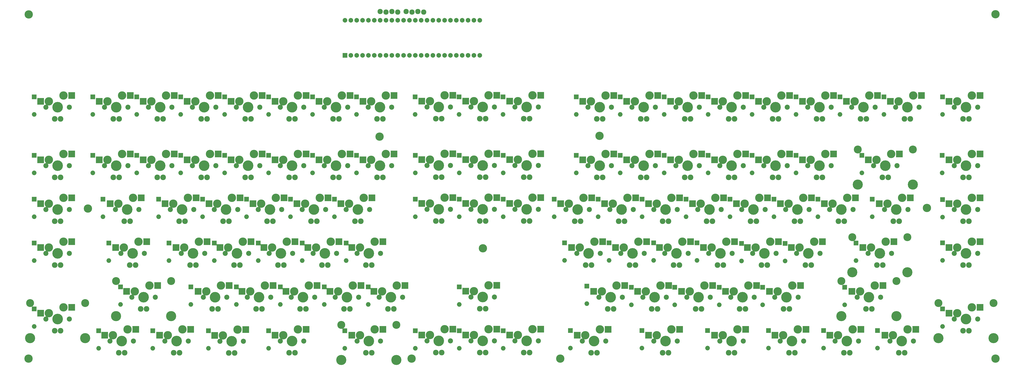
<source format=gbr>
G04 #@! TF.FileFunction,Soldermask,Top*
%FSLAX46Y46*%
G04 Gerber Fmt 4.6, Leading zero omitted, Abs format (unit mm)*
G04 Created by KiCad (PCBNEW 4.0.5) date 10/20/18 10:38:25*
%MOMM*%
%LPD*%
G01*
G04 APERTURE LIST*
%ADD10C,0.100000*%
%ADD11C,3.600000*%
%ADD12R,2.000000X2.000000*%
%ADD13O,2.000000X2.000000*%
%ADD14C,2.000000*%
%ADD15C,2.432000*%
%ADD16C,3.625800*%
%ADD17C,4.600000*%
%ADD18C,2.200000*%
%ADD19R,2.950000X2.900000*%
%ADD20C,3.448000*%
%ADD21C,4.387800*%
%ADD22C,2.279600*%
%ADD23R,2.279600X0.400000*%
G04 APERTURE END LIST*
D10*
D11*
X408559000Y-107315000D03*
X44894500Y-107505500D03*
X266636500Y-75946000D03*
X216090500Y-124841000D03*
X171323000Y-76263500D03*
X249618500Y-172720000D03*
X185166000Y-172720000D03*
X19177000Y-172720000D03*
X438277000Y-172720000D03*
X438277000Y-23114000D03*
D12*
X186690000Y-59055000D03*
D13*
X186690000Y-66675000D03*
D12*
X186791600Y-84404200D03*
D13*
X186791600Y-92024200D03*
D12*
X205841600Y-84404200D03*
D13*
X205841600Y-92024200D03*
D12*
X224790000Y-59055000D03*
D13*
X224790000Y-66675000D03*
D12*
X224891600Y-84404200D03*
D13*
X224891600Y-92024200D03*
D12*
X186791600Y-103454200D03*
D13*
X186791600Y-111074200D03*
D12*
X186791600Y-160604200D03*
D13*
X186791600Y-168224200D03*
D12*
X205841600Y-160604200D03*
D13*
X205841600Y-168224200D03*
D12*
X205740000Y-59055000D03*
D13*
X205740000Y-66675000D03*
D12*
X205841600Y-103454200D03*
D13*
X205841600Y-111074200D03*
D12*
X205841600Y-141554200D03*
D13*
X205841600Y-149174200D03*
D12*
X224891600Y-103454200D03*
D13*
X224891600Y-111074200D03*
D12*
X224891600Y-160604200D03*
D13*
X224891600Y-168224200D03*
D14*
X196977000Y-41021000D03*
X199517000Y-41021000D03*
X202057000Y-41021000D03*
X204597000Y-41021000D03*
X194437000Y-41021000D03*
X191897000Y-41021000D03*
X189357000Y-41021000D03*
X207137000Y-41021000D03*
X209677000Y-41021000D03*
X212217000Y-41021000D03*
X214757000Y-41021000D03*
X214757000Y-25781000D03*
X212217000Y-25781000D03*
X209677000Y-25781000D03*
X207137000Y-25781000D03*
X204597000Y-25781000D03*
X202057000Y-25781000D03*
X199517000Y-25781000D03*
X196977000Y-25781000D03*
X186817000Y-41021000D03*
X184277000Y-41021000D03*
X181737000Y-41021000D03*
X179197000Y-41021000D03*
X176657000Y-41021000D03*
X174117000Y-41021000D03*
X171577000Y-41021000D03*
X169037000Y-41021000D03*
X166497000Y-41021000D03*
X163957000Y-41021000D03*
X161417000Y-41021000D03*
X158877000Y-41021000D03*
D12*
X156337000Y-41021000D03*
D14*
X194437000Y-25781000D03*
X191897000Y-25781000D03*
X189357000Y-25781000D03*
X186817000Y-25781000D03*
X184277000Y-25781000D03*
X181737000Y-25781000D03*
X179197000Y-25781000D03*
X176657000Y-25781000D03*
X174117000Y-25781000D03*
X171577000Y-25781000D03*
X169037000Y-25781000D03*
X166497000Y-25781000D03*
X163957000Y-25781000D03*
X161417000Y-25781000D03*
X158877000Y-25781000D03*
X156337000Y-25781000D03*
D15*
X195681600Y-68529200D03*
X198221600Y-68529200D03*
D16*
X193141600Y-60909200D03*
X199491600Y-58369200D03*
D17*
X196951600Y-63449200D03*
D18*
X202031600Y-63449200D03*
X191871600Y-63449200D03*
D19*
X189591600Y-60909200D03*
X203041600Y-58369200D03*
D15*
X195681600Y-93929200D03*
X198221600Y-93929200D03*
D16*
X193141600Y-86309200D03*
X199491600Y-83769200D03*
D17*
X196951600Y-88849200D03*
D18*
X202031600Y-88849200D03*
X191871600Y-88849200D03*
D19*
X189591600Y-86309200D03*
X203041600Y-83769200D03*
D15*
X214731600Y-93929200D03*
X217271600Y-93929200D03*
D16*
X212191600Y-86309200D03*
X218541600Y-83769200D03*
D17*
X216001600Y-88849200D03*
D18*
X221081600Y-88849200D03*
X210921600Y-88849200D03*
D19*
X208641600Y-86309200D03*
X222091600Y-83769200D03*
D15*
X233781600Y-68529200D03*
X236321600Y-68529200D03*
D16*
X231241600Y-60909200D03*
X237591600Y-58369200D03*
D17*
X235051600Y-63449200D03*
D18*
X240131600Y-63449200D03*
X229971600Y-63449200D03*
D19*
X227691600Y-60909200D03*
X241141600Y-58369200D03*
D15*
X233781600Y-93929200D03*
X236321600Y-93929200D03*
D16*
X231241600Y-86309200D03*
X237591600Y-83769200D03*
D17*
X235051600Y-88849200D03*
D18*
X240131600Y-88849200D03*
X229971600Y-88849200D03*
D19*
X227691600Y-86309200D03*
X241141600Y-83769200D03*
D15*
X195681600Y-112979200D03*
X198221600Y-112979200D03*
D16*
X193141600Y-105359200D03*
X199491600Y-102819200D03*
D17*
X196951600Y-107899200D03*
D18*
X202031600Y-107899200D03*
X191871600Y-107899200D03*
D19*
X189591600Y-105359200D03*
X203041600Y-102819200D03*
D15*
X195681600Y-170129200D03*
X198221600Y-170129200D03*
D16*
X193141600Y-162509200D03*
X199491600Y-159969200D03*
D17*
X196951600Y-165049200D03*
D18*
X202031600Y-165049200D03*
X191871600Y-165049200D03*
D19*
X189591600Y-162509200D03*
X203041600Y-159969200D03*
D15*
X214731600Y-170129200D03*
X217271600Y-170129200D03*
D16*
X212191600Y-162509200D03*
X218541600Y-159969200D03*
D17*
X216001600Y-165049200D03*
D18*
X221081600Y-165049200D03*
X210921600Y-165049200D03*
D19*
X208641600Y-162509200D03*
X222091600Y-159969200D03*
D15*
X214731600Y-68529200D03*
X217271600Y-68529200D03*
D16*
X212191600Y-60909200D03*
X218541600Y-58369200D03*
D17*
X216001600Y-63449200D03*
D18*
X221081600Y-63449200D03*
X210921600Y-63449200D03*
D19*
X208641600Y-60909200D03*
X222091600Y-58369200D03*
D15*
X214731600Y-112979200D03*
X217271600Y-112979200D03*
D16*
X212191600Y-105359200D03*
X218541600Y-102819200D03*
D17*
X216001600Y-107899200D03*
D18*
X221081600Y-107899200D03*
X210921600Y-107899200D03*
D19*
X208641600Y-105359200D03*
X222091600Y-102819200D03*
D15*
X214731600Y-151079200D03*
X217271600Y-151079200D03*
D16*
X212191600Y-143459200D03*
X218541600Y-140919200D03*
D17*
X216001600Y-145999200D03*
D18*
X221081600Y-145999200D03*
X210921600Y-145999200D03*
D19*
X208641600Y-143459200D03*
X222091600Y-140919200D03*
D15*
X233781600Y-112979200D03*
X236321600Y-112979200D03*
D16*
X231241600Y-105359200D03*
X237591600Y-102819200D03*
D17*
X235051600Y-107899200D03*
D18*
X240131600Y-107899200D03*
X229971600Y-107899200D03*
D19*
X227691600Y-105359200D03*
X241141600Y-102819200D03*
D15*
X233781600Y-170129200D03*
X236321600Y-170129200D03*
D16*
X231241600Y-162509200D03*
X237591600Y-159969200D03*
D17*
X235051600Y-165049200D03*
D18*
X240131600Y-165049200D03*
X229971600Y-165049200D03*
D19*
X227691600Y-162509200D03*
X241141600Y-159969200D03*
D12*
X21590000Y-59055000D03*
D13*
X21590000Y-66675000D03*
D12*
X21590000Y-84455000D03*
D13*
X21590000Y-92075000D03*
D12*
X21590000Y-103505000D03*
D13*
X21590000Y-111125000D03*
D12*
X21590000Y-122555000D03*
D13*
X21590000Y-130175000D03*
D12*
X21590000Y-151130000D03*
D13*
X21590000Y-158750000D03*
D12*
X53975000Y-122555000D03*
D13*
X53975000Y-130175000D03*
D12*
X59055000Y-141605000D03*
D13*
X59055000Y-149225000D03*
D12*
X46990000Y-59055000D03*
D13*
X46990000Y-66675000D03*
D12*
X46990000Y-84455000D03*
D13*
X46990000Y-92075000D03*
D12*
X51435000Y-103505000D03*
D13*
X51435000Y-111125000D03*
D12*
X49530000Y-160655000D03*
D13*
X49530000Y-168275000D03*
D12*
X66040000Y-59055000D03*
D13*
X66040000Y-66675000D03*
D12*
X66040000Y-84455000D03*
D13*
X66040000Y-92075000D03*
D12*
X80010000Y-122555000D03*
D13*
X80010000Y-130175000D03*
D12*
X89535000Y-141605000D03*
D13*
X89535000Y-149225000D03*
D12*
X73025000Y-160655000D03*
D13*
X73025000Y-168275000D03*
D12*
X85090000Y-59055000D03*
D13*
X85090000Y-66675000D03*
D12*
X85090000Y-84455000D03*
D13*
X85090000Y-92075000D03*
D12*
X75565000Y-103505000D03*
D13*
X75565000Y-111125000D03*
D12*
X97155000Y-160655000D03*
D13*
X97155000Y-168275000D03*
D12*
X104140000Y-59055000D03*
D13*
X104140000Y-66675000D03*
D12*
X104140000Y-84455000D03*
D13*
X104140000Y-92075000D03*
D12*
X94615000Y-103505000D03*
D13*
X94615000Y-111125000D03*
D12*
X99695000Y-122555000D03*
D13*
X99695000Y-130175000D03*
D12*
X109220000Y-141605000D03*
D13*
X109220000Y-149225000D03*
D12*
X123190000Y-59055000D03*
D13*
X123190000Y-66675000D03*
D12*
X123190000Y-84455000D03*
D13*
X123190000Y-92075000D03*
D12*
X113665000Y-103505000D03*
D13*
X113665000Y-111125000D03*
D12*
X118745000Y-122555000D03*
D13*
X118745000Y-130175000D03*
D12*
X128270000Y-141605000D03*
D13*
X128270000Y-149225000D03*
D12*
X123190000Y-160655000D03*
D13*
X123190000Y-168275000D03*
D12*
X142240000Y-84455000D03*
D13*
X142240000Y-92075000D03*
D12*
X142240000Y-59055000D03*
D13*
X142240000Y-66675000D03*
D12*
X132715000Y-103505000D03*
D13*
X132715000Y-111125000D03*
D12*
X137795000Y-122555000D03*
D13*
X137795000Y-130175000D03*
D12*
X147320000Y-141605000D03*
D13*
X147320000Y-149225000D03*
D12*
X161290000Y-59055000D03*
D13*
X161290000Y-66675000D03*
D12*
X161290000Y-84455000D03*
D13*
X161290000Y-92075000D03*
D12*
X151765000Y-103505000D03*
D13*
X151765000Y-111125000D03*
D12*
X156845000Y-122555000D03*
D13*
X156845000Y-130175000D03*
D12*
X166370000Y-141605000D03*
D13*
X166370000Y-149225000D03*
D12*
X156210000Y-160655000D03*
D13*
X156210000Y-168275000D03*
D15*
X30480000Y-68580000D03*
X33020000Y-68580000D03*
D16*
X27940000Y-60960000D03*
X34290000Y-58420000D03*
D17*
X31750000Y-63500000D03*
D18*
X36830000Y-63500000D03*
X26670000Y-63500000D03*
D19*
X24390000Y-60960000D03*
X37840000Y-58420000D03*
D15*
X30480000Y-93980000D03*
X33020000Y-93980000D03*
D16*
X27940000Y-86360000D03*
X34290000Y-83820000D03*
D17*
X31750000Y-88900000D03*
D18*
X36830000Y-88900000D03*
X26670000Y-88900000D03*
D19*
X24390000Y-86360000D03*
X37840000Y-83820000D03*
D15*
X30480000Y-113030000D03*
X33020000Y-113030000D03*
D16*
X27940000Y-105410000D03*
X34290000Y-102870000D03*
D17*
X31750000Y-107950000D03*
D18*
X36830000Y-107950000D03*
X26670000Y-107950000D03*
D19*
X24390000Y-105410000D03*
X37840000Y-102870000D03*
D15*
X30480000Y-132080000D03*
X33020000Y-132080000D03*
D16*
X27940000Y-124460000D03*
X34290000Y-121920000D03*
D17*
X31750000Y-127000000D03*
D18*
X36830000Y-127000000D03*
X26670000Y-127000000D03*
D19*
X24390000Y-124460000D03*
X37840000Y-121920000D03*
D15*
X63023750Y-132080000D03*
X65563750Y-132080000D03*
D16*
X60483750Y-124460000D03*
X66833750Y-121920000D03*
D17*
X64293750Y-127000000D03*
D18*
X69373750Y-127000000D03*
X59213750Y-127000000D03*
D19*
X56933750Y-124460000D03*
X70383750Y-121920000D03*
D15*
X55880000Y-68580000D03*
X58420000Y-68580000D03*
D16*
X53340000Y-60960000D03*
X59690000Y-58420000D03*
D17*
X57150000Y-63500000D03*
D18*
X62230000Y-63500000D03*
X52070000Y-63500000D03*
D19*
X49790000Y-60960000D03*
X63240000Y-58420000D03*
D15*
X55880000Y-93980000D03*
X58420000Y-93980000D03*
D16*
X53340000Y-86360000D03*
X59690000Y-83820000D03*
D17*
X57150000Y-88900000D03*
D18*
X62230000Y-88900000D03*
X52070000Y-88900000D03*
D19*
X49790000Y-86360000D03*
X63240000Y-83820000D03*
D15*
X60642500Y-113030000D03*
X63182500Y-113030000D03*
D16*
X58102500Y-105410000D03*
X64452500Y-102870000D03*
D17*
X61912500Y-107950000D03*
D18*
X66992500Y-107950000D03*
X56832500Y-107950000D03*
D19*
X54552500Y-105410000D03*
X68002500Y-102870000D03*
D15*
X58261250Y-170180000D03*
X60801250Y-170180000D03*
D16*
X55721250Y-162560000D03*
X62071250Y-160020000D03*
D17*
X59531250Y-165100000D03*
D18*
X64611250Y-165100000D03*
X54451250Y-165100000D03*
D19*
X52171250Y-162560000D03*
X65621250Y-160020000D03*
D15*
X74930000Y-68580000D03*
X77470000Y-68580000D03*
D16*
X72390000Y-60960000D03*
X78740000Y-58420000D03*
D17*
X76200000Y-63500000D03*
D18*
X81280000Y-63500000D03*
X71120000Y-63500000D03*
D19*
X68840000Y-60960000D03*
X82290000Y-58420000D03*
D15*
X74930000Y-93980000D03*
X77470000Y-93980000D03*
D16*
X72390000Y-86360000D03*
X78740000Y-83820000D03*
D17*
X76200000Y-88900000D03*
D18*
X81280000Y-88900000D03*
X71120000Y-88900000D03*
D19*
X68840000Y-86360000D03*
X82290000Y-83820000D03*
D15*
X89217500Y-132080000D03*
X91757500Y-132080000D03*
D16*
X86677500Y-124460000D03*
X93027500Y-121920000D03*
D17*
X90487500Y-127000000D03*
D18*
X95567500Y-127000000D03*
X85407500Y-127000000D03*
D19*
X83127500Y-124460000D03*
X96577500Y-121920000D03*
D15*
X98742500Y-151130000D03*
X101282500Y-151130000D03*
D16*
X96202500Y-143510000D03*
X102552500Y-140970000D03*
D17*
X100012500Y-146050000D03*
D18*
X105092500Y-146050000D03*
X94932500Y-146050000D03*
D19*
X92652500Y-143510000D03*
X106102500Y-140970000D03*
D15*
X82073750Y-170180000D03*
X84613750Y-170180000D03*
D16*
X79533750Y-162560000D03*
X85883750Y-160020000D03*
D17*
X83343750Y-165100000D03*
D18*
X88423750Y-165100000D03*
X78263750Y-165100000D03*
D19*
X75983750Y-162560000D03*
X89433750Y-160020000D03*
D15*
X93980000Y-68580000D03*
X96520000Y-68580000D03*
D16*
X91440000Y-60960000D03*
X97790000Y-58420000D03*
D17*
X95250000Y-63500000D03*
D18*
X100330000Y-63500000D03*
X90170000Y-63500000D03*
D19*
X87890000Y-60960000D03*
X101340000Y-58420000D03*
D15*
X93980000Y-93980000D03*
X96520000Y-93980000D03*
D16*
X91440000Y-86360000D03*
X97790000Y-83820000D03*
D17*
X95250000Y-88900000D03*
D18*
X100330000Y-88900000D03*
X90170000Y-88900000D03*
D19*
X87890000Y-86360000D03*
X101340000Y-83820000D03*
D15*
X84455000Y-113030000D03*
X86995000Y-113030000D03*
D16*
X81915000Y-105410000D03*
X88265000Y-102870000D03*
D17*
X85725000Y-107950000D03*
D18*
X90805000Y-107950000D03*
X80645000Y-107950000D03*
D19*
X78365000Y-105410000D03*
X91815000Y-102870000D03*
D15*
X105918000Y-170307000D03*
X108458000Y-170307000D03*
D16*
X103378000Y-162687000D03*
X109728000Y-160147000D03*
D17*
X107188000Y-165227000D03*
D18*
X112268000Y-165227000D03*
X102108000Y-165227000D03*
D19*
X99828000Y-162687000D03*
X113278000Y-160147000D03*
D15*
X113030000Y-68580000D03*
X115570000Y-68580000D03*
D16*
X110490000Y-60960000D03*
X116840000Y-58420000D03*
D17*
X114300000Y-63500000D03*
D18*
X119380000Y-63500000D03*
X109220000Y-63500000D03*
D19*
X106940000Y-60960000D03*
X120390000Y-58420000D03*
D15*
X113030000Y-93980000D03*
X115570000Y-93980000D03*
D16*
X110490000Y-86360000D03*
X116840000Y-83820000D03*
D17*
X114300000Y-88900000D03*
D18*
X119380000Y-88900000D03*
X109220000Y-88900000D03*
D19*
X106940000Y-86360000D03*
X120390000Y-83820000D03*
D15*
X103505000Y-113030000D03*
X106045000Y-113030000D03*
D16*
X100965000Y-105410000D03*
X107315000Y-102870000D03*
D17*
X104775000Y-107950000D03*
D18*
X109855000Y-107950000D03*
X99695000Y-107950000D03*
D19*
X97415000Y-105410000D03*
X110865000Y-102870000D03*
D15*
X108267500Y-132080000D03*
X110807500Y-132080000D03*
D16*
X105727500Y-124460000D03*
X112077500Y-121920000D03*
D17*
X109537500Y-127000000D03*
D18*
X114617500Y-127000000D03*
X104457500Y-127000000D03*
D19*
X102177500Y-124460000D03*
X115627500Y-121920000D03*
D15*
X117792500Y-151130000D03*
X120332500Y-151130000D03*
D16*
X115252500Y-143510000D03*
X121602500Y-140970000D03*
D17*
X119062500Y-146050000D03*
D18*
X124142500Y-146050000D03*
X113982500Y-146050000D03*
D19*
X111702500Y-143510000D03*
X125152500Y-140970000D03*
D15*
X132080000Y-68580000D03*
X134620000Y-68580000D03*
D16*
X129540000Y-60960000D03*
X135890000Y-58420000D03*
D17*
X133350000Y-63500000D03*
D18*
X138430000Y-63500000D03*
X128270000Y-63500000D03*
D19*
X125990000Y-60960000D03*
X139440000Y-58420000D03*
D15*
X132080000Y-93980000D03*
X134620000Y-93980000D03*
D16*
X129540000Y-86360000D03*
X135890000Y-83820000D03*
D17*
X133350000Y-88900000D03*
D18*
X138430000Y-88900000D03*
X128270000Y-88900000D03*
D19*
X125990000Y-86360000D03*
X139440000Y-83820000D03*
D15*
X122555000Y-113030000D03*
X125095000Y-113030000D03*
D16*
X120015000Y-105410000D03*
X126365000Y-102870000D03*
D17*
X123825000Y-107950000D03*
D18*
X128905000Y-107950000D03*
X118745000Y-107950000D03*
D19*
X116465000Y-105410000D03*
X129915000Y-102870000D03*
D15*
X127317500Y-132080000D03*
X129857500Y-132080000D03*
D16*
X124777500Y-124460000D03*
X131127500Y-121920000D03*
D17*
X128587500Y-127000000D03*
D18*
X133667500Y-127000000D03*
X123507500Y-127000000D03*
D19*
X121227500Y-124460000D03*
X134677500Y-121920000D03*
D15*
X136842500Y-151130000D03*
X139382500Y-151130000D03*
D16*
X134302500Y-143510000D03*
X140652500Y-140970000D03*
D17*
X138112500Y-146050000D03*
D18*
X143192500Y-146050000D03*
X133032500Y-146050000D03*
D19*
X130752500Y-143510000D03*
X144202500Y-140970000D03*
D15*
X132080000Y-170180000D03*
X134620000Y-170180000D03*
D16*
X129540000Y-162560000D03*
X135890000Y-160020000D03*
D17*
X133350000Y-165100000D03*
D18*
X138430000Y-165100000D03*
X128270000Y-165100000D03*
D19*
X125990000Y-162560000D03*
X139440000Y-160020000D03*
D15*
X151130000Y-93980000D03*
X153670000Y-93980000D03*
D16*
X148590000Y-86360000D03*
X154940000Y-83820000D03*
D17*
X152400000Y-88900000D03*
D18*
X157480000Y-88900000D03*
X147320000Y-88900000D03*
D19*
X145040000Y-86360000D03*
X158490000Y-83820000D03*
D15*
X151130000Y-68580000D03*
X153670000Y-68580000D03*
D16*
X148590000Y-60960000D03*
X154940000Y-58420000D03*
D17*
X152400000Y-63500000D03*
D18*
X157480000Y-63500000D03*
X147320000Y-63500000D03*
D19*
X145040000Y-60960000D03*
X158490000Y-58420000D03*
D15*
X141605000Y-113030000D03*
X144145000Y-113030000D03*
D16*
X139065000Y-105410000D03*
X145415000Y-102870000D03*
D17*
X142875000Y-107950000D03*
D18*
X147955000Y-107950000D03*
X137795000Y-107950000D03*
D19*
X135515000Y-105410000D03*
X148965000Y-102870000D03*
D15*
X146367500Y-132080000D03*
X148907500Y-132080000D03*
D16*
X143827500Y-124460000D03*
X150177500Y-121920000D03*
D17*
X147637500Y-127000000D03*
D18*
X152717500Y-127000000D03*
X142557500Y-127000000D03*
D19*
X140277500Y-124460000D03*
X153727500Y-121920000D03*
D15*
X155892500Y-151130000D03*
X158432500Y-151130000D03*
D16*
X153352500Y-143510000D03*
X159702500Y-140970000D03*
D17*
X157162500Y-146050000D03*
D18*
X162242500Y-146050000D03*
X152082500Y-146050000D03*
D19*
X149802500Y-143510000D03*
X163252500Y-140970000D03*
D15*
X170180000Y-68580000D03*
X172720000Y-68580000D03*
D16*
X167640000Y-60960000D03*
X173990000Y-58420000D03*
D17*
X171450000Y-63500000D03*
D18*
X176530000Y-63500000D03*
X166370000Y-63500000D03*
D19*
X164090000Y-60960000D03*
X177540000Y-58420000D03*
D15*
X170180000Y-93980000D03*
X172720000Y-93980000D03*
D16*
X167640000Y-86360000D03*
X173990000Y-83820000D03*
D17*
X171450000Y-88900000D03*
D18*
X176530000Y-88900000D03*
X166370000Y-88900000D03*
D19*
X164090000Y-86360000D03*
X177540000Y-83820000D03*
D15*
X160655000Y-113030000D03*
X163195000Y-113030000D03*
D16*
X158115000Y-105410000D03*
X164465000Y-102870000D03*
D17*
X161925000Y-107950000D03*
D18*
X167005000Y-107950000D03*
X156845000Y-107950000D03*
D19*
X154565000Y-105410000D03*
X168015000Y-102870000D03*
D15*
X165417500Y-132080000D03*
X167957500Y-132080000D03*
D16*
X162877500Y-124460000D03*
X169227500Y-121920000D03*
D17*
X166687500Y-127000000D03*
D18*
X171767500Y-127000000D03*
X161607500Y-127000000D03*
D19*
X159327500Y-124460000D03*
X172777500Y-121920000D03*
D15*
X174942500Y-151130000D03*
X177482500Y-151130000D03*
D16*
X172402500Y-143510000D03*
X178752500Y-140970000D03*
D17*
X176212500Y-146050000D03*
D18*
X181292500Y-146050000D03*
X171132500Y-146050000D03*
D19*
X168852500Y-143510000D03*
X182302500Y-140970000D03*
D12*
X256540000Y-59055000D03*
D13*
X256540000Y-66675000D03*
D12*
X256540000Y-84455000D03*
D13*
X256540000Y-92075000D03*
D12*
X247015000Y-103505000D03*
D13*
X247015000Y-111125000D03*
D12*
X251460000Y-122428000D03*
D13*
X251460000Y-130048000D03*
D12*
X261112000Y-141224000D03*
D13*
X261112000Y-148844000D03*
D12*
X254000000Y-160528000D03*
D13*
X254000000Y-168148000D03*
D12*
X275590000Y-59055000D03*
D13*
X275590000Y-66675000D03*
D12*
X275590000Y-84455000D03*
D13*
X275590000Y-92075000D03*
D12*
X266065000Y-103505000D03*
D13*
X266065000Y-111125000D03*
D12*
X270764000Y-122428000D03*
D13*
X270764000Y-130048000D03*
D12*
X280416000Y-141732000D03*
D13*
X280416000Y-149352000D03*
D12*
X294640000Y-59055000D03*
D13*
X294640000Y-66675000D03*
D12*
X294640000Y-84455000D03*
D13*
X294640000Y-92075000D03*
D12*
X285115000Y-103505000D03*
D13*
X285115000Y-111125000D03*
D12*
X290068000Y-122428000D03*
D13*
X290068000Y-130048000D03*
D12*
X299212000Y-141732000D03*
D13*
X299212000Y-149352000D03*
D12*
X284988000Y-160528000D03*
D13*
X284988000Y-168148000D03*
D12*
X313436000Y-160528000D03*
D13*
X313436000Y-168148000D03*
D12*
X313690000Y-59055000D03*
D13*
X313690000Y-66675000D03*
D12*
X313690000Y-84455000D03*
D13*
X313690000Y-92075000D03*
D12*
X304165000Y-103505000D03*
D13*
X304165000Y-111125000D03*
D12*
X308864000Y-122428000D03*
D13*
X308864000Y-130048000D03*
D12*
X318516000Y-141732000D03*
D13*
X318516000Y-149352000D03*
D12*
X332740000Y-59055000D03*
D13*
X332740000Y-66675000D03*
D12*
X332740000Y-84455000D03*
D13*
X332740000Y-92075000D03*
D12*
X323215000Y-103505000D03*
D13*
X323215000Y-111125000D03*
D12*
X328168000Y-122682000D03*
D13*
X328168000Y-130302000D03*
D12*
X337312000Y-141732000D03*
D13*
X337312000Y-149352000D03*
D12*
X339852000Y-160528000D03*
D13*
X339852000Y-168148000D03*
D12*
X351790000Y-59055000D03*
D13*
X351790000Y-66675000D03*
D12*
X351790000Y-84455000D03*
D13*
X351790000Y-92075000D03*
D12*
X342265000Y-103505000D03*
D13*
X342265000Y-111125000D03*
D12*
X347091000Y-122682000D03*
D13*
X347091000Y-130302000D03*
D12*
X372872000Y-141732000D03*
D13*
X372872000Y-149352000D03*
D12*
X370840000Y-59055000D03*
D13*
X370840000Y-66675000D03*
D12*
X361315000Y-103505000D03*
D13*
X361315000Y-111125000D03*
D12*
X363728000Y-160528000D03*
D13*
X363728000Y-168148000D03*
D12*
X389890000Y-59055000D03*
D13*
X389890000Y-66675000D03*
D12*
X380365000Y-84455000D03*
D13*
X380365000Y-92075000D03*
D12*
X384810000Y-103505000D03*
D13*
X384810000Y-111125000D03*
D12*
X377825000Y-122555000D03*
D13*
X377825000Y-130175000D03*
D12*
X387096000Y-160528000D03*
D13*
X387096000Y-168148000D03*
D12*
X415290000Y-122428000D03*
D13*
X415290000Y-130048000D03*
D12*
X415290000Y-151130000D03*
D13*
X415290000Y-158750000D03*
D12*
X415290000Y-59055000D03*
D13*
X415290000Y-66675000D03*
D12*
X415163000Y-84455000D03*
D13*
X415163000Y-92075000D03*
D12*
X415290000Y-103632000D03*
D13*
X415290000Y-111252000D03*
D15*
X265430000Y-68580000D03*
X267970000Y-68580000D03*
D16*
X262890000Y-60960000D03*
X269240000Y-58420000D03*
D17*
X266700000Y-63500000D03*
D18*
X271780000Y-63500000D03*
X261620000Y-63500000D03*
D19*
X259340000Y-60960000D03*
X272790000Y-58420000D03*
D15*
X265430000Y-93980000D03*
X267970000Y-93980000D03*
D16*
X262890000Y-86360000D03*
X269240000Y-83820000D03*
D17*
X266700000Y-88900000D03*
D18*
X271780000Y-88900000D03*
X261620000Y-88900000D03*
D19*
X259340000Y-86360000D03*
X272790000Y-83820000D03*
D15*
X255905000Y-113030000D03*
X258445000Y-113030000D03*
D16*
X253365000Y-105410000D03*
X259715000Y-102870000D03*
D17*
X257175000Y-107950000D03*
D18*
X262255000Y-107950000D03*
X252095000Y-107950000D03*
D19*
X249815000Y-105410000D03*
X263265000Y-102870000D03*
D15*
X260667500Y-132080000D03*
X263207500Y-132080000D03*
D16*
X258127500Y-124460000D03*
X264477500Y-121920000D03*
D17*
X261937500Y-127000000D03*
D18*
X267017500Y-127000000D03*
X256857500Y-127000000D03*
D19*
X254577500Y-124460000D03*
X268027500Y-121920000D03*
D15*
X270192500Y-151130000D03*
X272732500Y-151130000D03*
D16*
X267652500Y-143510000D03*
X274002500Y-140970000D03*
D17*
X271462500Y-146050000D03*
D18*
X276542500Y-146050000D03*
X266382500Y-146050000D03*
D19*
X264102500Y-143510000D03*
X277552500Y-140970000D03*
D15*
X263048750Y-170180000D03*
X265588750Y-170180000D03*
D16*
X260508750Y-162560000D03*
X266858750Y-160020000D03*
D17*
X264318750Y-165100000D03*
D18*
X269398750Y-165100000D03*
X259238750Y-165100000D03*
D19*
X256958750Y-162560000D03*
X270408750Y-160020000D03*
D15*
X284480000Y-68580000D03*
X287020000Y-68580000D03*
D16*
X281940000Y-60960000D03*
X288290000Y-58420000D03*
D17*
X285750000Y-63500000D03*
D18*
X290830000Y-63500000D03*
X280670000Y-63500000D03*
D19*
X278390000Y-60960000D03*
X291840000Y-58420000D03*
D15*
X284480000Y-93980000D03*
X287020000Y-93980000D03*
D16*
X281940000Y-86360000D03*
X288290000Y-83820000D03*
D17*
X285750000Y-88900000D03*
D18*
X290830000Y-88900000D03*
X280670000Y-88900000D03*
D19*
X278390000Y-86360000D03*
X291840000Y-83820000D03*
D15*
X274955000Y-113030000D03*
X277495000Y-113030000D03*
D16*
X272415000Y-105410000D03*
X278765000Y-102870000D03*
D17*
X276225000Y-107950000D03*
D18*
X281305000Y-107950000D03*
X271145000Y-107950000D03*
D19*
X268865000Y-105410000D03*
X282315000Y-102870000D03*
D15*
X279717500Y-132080000D03*
X282257500Y-132080000D03*
D16*
X277177500Y-124460000D03*
X283527500Y-121920000D03*
D17*
X280987500Y-127000000D03*
D18*
X286067500Y-127000000D03*
X275907500Y-127000000D03*
D19*
X273627500Y-124460000D03*
X287077500Y-121920000D03*
D15*
X289242500Y-151130000D03*
X291782500Y-151130000D03*
D16*
X286702500Y-143510000D03*
X293052500Y-140970000D03*
D17*
X290512500Y-146050000D03*
D18*
X295592500Y-146050000D03*
X285432500Y-146050000D03*
D19*
X283152500Y-143510000D03*
X296602500Y-140970000D03*
D15*
X303530000Y-68580000D03*
X306070000Y-68580000D03*
D16*
X300990000Y-60960000D03*
X307340000Y-58420000D03*
D17*
X304800000Y-63500000D03*
D18*
X309880000Y-63500000D03*
X299720000Y-63500000D03*
D19*
X297440000Y-60960000D03*
X310890000Y-58420000D03*
D15*
X303530000Y-93980000D03*
X306070000Y-93980000D03*
D16*
X300990000Y-86360000D03*
X307340000Y-83820000D03*
D17*
X304800000Y-88900000D03*
D18*
X309880000Y-88900000D03*
X299720000Y-88900000D03*
D19*
X297440000Y-86360000D03*
X310890000Y-83820000D03*
D15*
X294005000Y-113030000D03*
X296545000Y-113030000D03*
D16*
X291465000Y-105410000D03*
X297815000Y-102870000D03*
D17*
X295275000Y-107950000D03*
D18*
X300355000Y-107950000D03*
X290195000Y-107950000D03*
D19*
X287915000Y-105410000D03*
X301365000Y-102870000D03*
D15*
X298767500Y-132080000D03*
X301307500Y-132080000D03*
D16*
X296227500Y-124460000D03*
X302577500Y-121920000D03*
D17*
X300037500Y-127000000D03*
D18*
X305117500Y-127000000D03*
X294957500Y-127000000D03*
D19*
X292677500Y-124460000D03*
X306127500Y-121920000D03*
D15*
X308292500Y-151130000D03*
X310832500Y-151130000D03*
D16*
X305752500Y-143510000D03*
X312102500Y-140970000D03*
D17*
X309562500Y-146050000D03*
D18*
X314642500Y-146050000D03*
X304482500Y-146050000D03*
D19*
X302202500Y-143510000D03*
X315652500Y-140970000D03*
D15*
X294005000Y-170180000D03*
X296545000Y-170180000D03*
D16*
X291465000Y-162560000D03*
X297815000Y-160020000D03*
D17*
X295275000Y-165100000D03*
D18*
X300355000Y-165100000D03*
X290195000Y-165100000D03*
D19*
X287915000Y-162560000D03*
X301365000Y-160020000D03*
D15*
X322580000Y-170180000D03*
X325120000Y-170180000D03*
D16*
X320040000Y-162560000D03*
X326390000Y-160020000D03*
D17*
X323850000Y-165100000D03*
D18*
X328930000Y-165100000D03*
X318770000Y-165100000D03*
D19*
X316490000Y-162560000D03*
X329940000Y-160020000D03*
D15*
X322580000Y-68580000D03*
X325120000Y-68580000D03*
D16*
X320040000Y-60960000D03*
X326390000Y-58420000D03*
D17*
X323850000Y-63500000D03*
D18*
X328930000Y-63500000D03*
X318770000Y-63500000D03*
D19*
X316490000Y-60960000D03*
X329940000Y-58420000D03*
D15*
X322580000Y-93980000D03*
X325120000Y-93980000D03*
D16*
X320040000Y-86360000D03*
X326390000Y-83820000D03*
D17*
X323850000Y-88900000D03*
D18*
X328930000Y-88900000D03*
X318770000Y-88900000D03*
D19*
X316490000Y-86360000D03*
X329940000Y-83820000D03*
D15*
X313055000Y-113030000D03*
X315595000Y-113030000D03*
D16*
X310515000Y-105410000D03*
X316865000Y-102870000D03*
D17*
X314325000Y-107950000D03*
D18*
X319405000Y-107950000D03*
X309245000Y-107950000D03*
D19*
X306965000Y-105410000D03*
X320415000Y-102870000D03*
D15*
X317817500Y-132080000D03*
X320357500Y-132080000D03*
D16*
X315277500Y-124460000D03*
X321627500Y-121920000D03*
D17*
X319087500Y-127000000D03*
D18*
X324167500Y-127000000D03*
X314007500Y-127000000D03*
D19*
X311727500Y-124460000D03*
X325177500Y-121920000D03*
D15*
X327342500Y-151130000D03*
X329882500Y-151130000D03*
D16*
X324802500Y-143510000D03*
X331152500Y-140970000D03*
D17*
X328612500Y-146050000D03*
D18*
X333692500Y-146050000D03*
X323532500Y-146050000D03*
D19*
X321252500Y-143510000D03*
X334702500Y-140970000D03*
D15*
X341630000Y-68580000D03*
X344170000Y-68580000D03*
D16*
X339090000Y-60960000D03*
X345440000Y-58420000D03*
D17*
X342900000Y-63500000D03*
D18*
X347980000Y-63500000D03*
X337820000Y-63500000D03*
D19*
X335540000Y-60960000D03*
X348990000Y-58420000D03*
D15*
X341630000Y-93980000D03*
X344170000Y-93980000D03*
D16*
X339090000Y-86360000D03*
X345440000Y-83820000D03*
D17*
X342900000Y-88900000D03*
D18*
X347980000Y-88900000D03*
X337820000Y-88900000D03*
D19*
X335540000Y-86360000D03*
X348990000Y-83820000D03*
D15*
X332105000Y-113030000D03*
X334645000Y-113030000D03*
D16*
X329565000Y-105410000D03*
X335915000Y-102870000D03*
D17*
X333375000Y-107950000D03*
D18*
X338455000Y-107950000D03*
X328295000Y-107950000D03*
D19*
X326015000Y-105410000D03*
X339465000Y-102870000D03*
D15*
X336867500Y-132080000D03*
X339407500Y-132080000D03*
D16*
X334327500Y-124460000D03*
X340677500Y-121920000D03*
D17*
X338137500Y-127000000D03*
D18*
X343217500Y-127000000D03*
X333057500Y-127000000D03*
D19*
X330777500Y-124460000D03*
X344227500Y-121920000D03*
D15*
X346392500Y-151130000D03*
X348932500Y-151130000D03*
D16*
X343852500Y-143510000D03*
X350202500Y-140970000D03*
D17*
X347662500Y-146050000D03*
D18*
X352742500Y-146050000D03*
X342582500Y-146050000D03*
D19*
X340302500Y-143510000D03*
X353752500Y-140970000D03*
D15*
X348773750Y-170180000D03*
X351313750Y-170180000D03*
D16*
X346233750Y-162560000D03*
X352583750Y-160020000D03*
D17*
X350043750Y-165100000D03*
D18*
X355123750Y-165100000D03*
X344963750Y-165100000D03*
D19*
X342683750Y-162560000D03*
X356133750Y-160020000D03*
D15*
X360680000Y-68580000D03*
X363220000Y-68580000D03*
D16*
X358140000Y-60960000D03*
X364490000Y-58420000D03*
D17*
X361950000Y-63500000D03*
D18*
X367030000Y-63500000D03*
X356870000Y-63500000D03*
D19*
X354590000Y-60960000D03*
X368040000Y-58420000D03*
D15*
X360680000Y-93980000D03*
X363220000Y-93980000D03*
D16*
X358140000Y-86360000D03*
X364490000Y-83820000D03*
D17*
X361950000Y-88900000D03*
D18*
X367030000Y-88900000D03*
X356870000Y-88900000D03*
D19*
X354590000Y-86360000D03*
X368040000Y-83820000D03*
D15*
X351155000Y-113030000D03*
X353695000Y-113030000D03*
D16*
X348615000Y-105410000D03*
X354965000Y-102870000D03*
D17*
X352425000Y-107950000D03*
D18*
X357505000Y-107950000D03*
X347345000Y-107950000D03*
D19*
X345065000Y-105410000D03*
X358515000Y-102870000D03*
D15*
X355917500Y-132080000D03*
X358457500Y-132080000D03*
D16*
X353377500Y-124460000D03*
X359727500Y-121920000D03*
D17*
X357187500Y-127000000D03*
D18*
X362267500Y-127000000D03*
X352107500Y-127000000D03*
D19*
X349827500Y-124460000D03*
X363277500Y-121920000D03*
D15*
X379730000Y-68580000D03*
X382270000Y-68580000D03*
D16*
X377190000Y-60960000D03*
X383540000Y-58420000D03*
D17*
X381000000Y-63500000D03*
D18*
X386080000Y-63500000D03*
X375920000Y-63500000D03*
D19*
X373640000Y-60960000D03*
X387090000Y-58420000D03*
D15*
X370205000Y-113030000D03*
X372745000Y-113030000D03*
D16*
X367665000Y-105410000D03*
X374015000Y-102870000D03*
D17*
X371475000Y-107950000D03*
D18*
X376555000Y-107950000D03*
X366395000Y-107950000D03*
D19*
X364115000Y-105410000D03*
X377565000Y-102870000D03*
D15*
X372586250Y-170180000D03*
X375126250Y-170180000D03*
D16*
X370046250Y-162560000D03*
X376396250Y-160020000D03*
D17*
X373856250Y-165100000D03*
D18*
X378936250Y-165100000D03*
X368776250Y-165100000D03*
D19*
X366496250Y-162560000D03*
X379946250Y-160020000D03*
D15*
X398780000Y-68580000D03*
X401320000Y-68580000D03*
D16*
X396240000Y-60960000D03*
X402590000Y-58420000D03*
D17*
X400050000Y-63500000D03*
D18*
X405130000Y-63500000D03*
X394970000Y-63500000D03*
D19*
X392690000Y-60960000D03*
X406140000Y-58420000D03*
D15*
X394017500Y-113030000D03*
X396557500Y-113030000D03*
D16*
X391477500Y-105410000D03*
X397827500Y-102870000D03*
D17*
X395287500Y-107950000D03*
D18*
X400367500Y-107950000D03*
X390207500Y-107950000D03*
D19*
X387927500Y-105410000D03*
X401377500Y-102870000D03*
D15*
X396398750Y-170180000D03*
X398938750Y-170180000D03*
D16*
X393858750Y-162560000D03*
X400208750Y-160020000D03*
D17*
X397668750Y-165100000D03*
D18*
X402748750Y-165100000D03*
X392588750Y-165100000D03*
D19*
X390308750Y-162560000D03*
X403758750Y-160020000D03*
D15*
X424180000Y-132080000D03*
X426720000Y-132080000D03*
D16*
X421640000Y-124460000D03*
X427990000Y-121920000D03*
D17*
X425450000Y-127000000D03*
D18*
X430530000Y-127000000D03*
X420370000Y-127000000D03*
D19*
X418090000Y-124460000D03*
X431540000Y-121920000D03*
D15*
X424180000Y-68580000D03*
X426720000Y-68580000D03*
D16*
X421640000Y-60960000D03*
X427990000Y-58420000D03*
D17*
X425450000Y-63500000D03*
D18*
X430530000Y-63500000D03*
X420370000Y-63500000D03*
D19*
X418090000Y-60960000D03*
X431540000Y-58420000D03*
D15*
X424180000Y-93980000D03*
X426720000Y-93980000D03*
D16*
X421640000Y-86360000D03*
X427990000Y-83820000D03*
D17*
X425450000Y-88900000D03*
D18*
X430530000Y-88900000D03*
X420370000Y-88900000D03*
D19*
X418090000Y-86360000D03*
X431540000Y-83820000D03*
D15*
X424180000Y-113030000D03*
X426720000Y-113030000D03*
D16*
X421640000Y-105410000D03*
X427990000Y-102870000D03*
D17*
X425450000Y-107950000D03*
D18*
X430530000Y-107950000D03*
X420370000Y-107950000D03*
D19*
X418090000Y-105410000D03*
X431540000Y-102870000D03*
D15*
X30480000Y-160655000D03*
X33020000Y-160655000D03*
D16*
X27940000Y-153035000D03*
X34290000Y-150495000D03*
D17*
X31750000Y-155575000D03*
D18*
X36830000Y-155575000D03*
X26670000Y-155575000D03*
D19*
X24390000Y-153035000D03*
X37840000Y-150495000D03*
D20*
X19812000Y-148590000D03*
D21*
X19812000Y-163830000D03*
X43688000Y-163830000D03*
D20*
X43688000Y-148590000D03*
D15*
X67786250Y-151130000D03*
X70326250Y-151130000D03*
D16*
X65246250Y-143510000D03*
X71596250Y-140970000D03*
D17*
X69056250Y-146050000D03*
D18*
X74136250Y-146050000D03*
X63976250Y-146050000D03*
D19*
X61696250Y-143510000D03*
X75146250Y-140970000D03*
D20*
X57118250Y-139065000D03*
D21*
X57118250Y-154305000D03*
X80994250Y-154305000D03*
D20*
X80994250Y-139065000D03*
D15*
X165417500Y-170180000D03*
X167957500Y-170180000D03*
D16*
X162877500Y-162560000D03*
X169227500Y-160020000D03*
D17*
X166687500Y-165100000D03*
D18*
X171767500Y-165100000D03*
X161607500Y-165100000D03*
D19*
X159327500Y-162560000D03*
X172777500Y-160020000D03*
D20*
X154749500Y-158115000D03*
D21*
X154749500Y-173355000D03*
X178625500Y-173355000D03*
D20*
X178625500Y-158115000D03*
D15*
X382111250Y-151130000D03*
X384651250Y-151130000D03*
D16*
X379571250Y-143510000D03*
X385921250Y-140970000D03*
D17*
X383381250Y-146050000D03*
D18*
X388461250Y-146050000D03*
X378301250Y-146050000D03*
D19*
X376021250Y-143510000D03*
X389471250Y-140970000D03*
D20*
X371443250Y-139065000D03*
D21*
X371443250Y-154305000D03*
X395319250Y-154305000D03*
D20*
X395319250Y-139065000D03*
D15*
X389255000Y-93980000D03*
X391795000Y-93980000D03*
D16*
X386715000Y-86360000D03*
X393065000Y-83820000D03*
D17*
X390525000Y-88900000D03*
D18*
X395605000Y-88900000D03*
X385445000Y-88900000D03*
D19*
X383165000Y-86360000D03*
X396615000Y-83820000D03*
D20*
X378587000Y-81915000D03*
D21*
X378587000Y-97155000D03*
X402463000Y-97155000D03*
D20*
X402463000Y-81915000D03*
D15*
X386873750Y-132080000D03*
X389413750Y-132080000D03*
D16*
X384333750Y-124460000D03*
X390683750Y-121920000D03*
D17*
X388143750Y-127000000D03*
D18*
X393223750Y-127000000D03*
X383063750Y-127000000D03*
D19*
X380783750Y-124460000D03*
X394233750Y-121920000D03*
D20*
X376205750Y-120015000D03*
D21*
X376205750Y-135255000D03*
X400081750Y-135255000D03*
D20*
X400081750Y-120015000D03*
D15*
X424180000Y-160655000D03*
X426720000Y-160655000D03*
D16*
X421640000Y-153035000D03*
X427990000Y-150495000D03*
D17*
X425450000Y-155575000D03*
D18*
X430530000Y-155575000D03*
X420370000Y-155575000D03*
D19*
X418090000Y-153035000D03*
X431540000Y-150495000D03*
D20*
X413512000Y-148590000D03*
D21*
X413512000Y-163830000D03*
X437388000Y-163830000D03*
D20*
X437388000Y-148590000D03*
D22*
X179197000Y-22225000D03*
D23*
X179197000Y-22225000D03*
D22*
X176657000Y-21971000D03*
X174117000Y-22225000D03*
X171577000Y-21971000D03*
X182816500Y-21971000D03*
D23*
X182816500Y-21971000D03*
D22*
X185356500Y-22225000D03*
X187896500Y-21971000D03*
X190436500Y-22225000D03*
D11*
X19240500Y-23177500D03*
M02*

</source>
